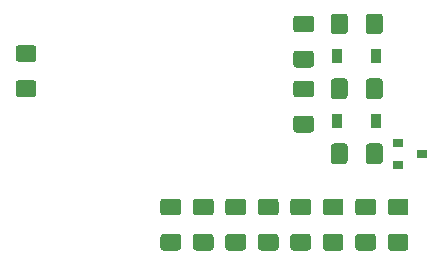
<source format=gbr>
%TF.GenerationSoftware,KiCad,Pcbnew,(5.1.6-0)*%
%TF.CreationDate,2023-05-10T15:53:48-07:00*%
%TF.ProjectId,LM1876x2_bal,4c4d3138-3736-4783-925f-62616c2e6b69,rev?*%
%TF.SameCoordinates,Original*%
%TF.FileFunction,Paste,Top*%
%TF.FilePolarity,Positive*%
%FSLAX46Y46*%
G04 Gerber Fmt 4.6, Leading zero omitted, Abs format (unit mm)*
G04 Created by KiCad (PCBNEW (5.1.6-0)) date 2023-05-10 15:53:48*
%MOMM*%
%LPD*%
G01*
G04 APERTURE LIST*
%ADD10R,0.900000X0.800000*%
%ADD11R,0.900000X1.200000*%
G04 APERTURE END LIST*
D10*
%TO.C,Q1*%
X150750000Y-67750000D03*
X148750000Y-68700000D03*
X148750000Y-66800000D03*
%TD*%
D11*
%TO.C,D2*%
X146900000Y-65000000D03*
X143600000Y-65000000D03*
%TD*%
%TO.C,R15*%
G36*
G01*
X144475000Y-67125000D02*
X144475000Y-68375000D01*
G75*
G02*
X144225000Y-68625000I-250000J0D01*
G01*
X143300000Y-68625000D01*
G75*
G02*
X143050000Y-68375000I0J250000D01*
G01*
X143050000Y-67125000D01*
G75*
G02*
X143300000Y-66875000I250000J0D01*
G01*
X144225000Y-66875000D01*
G75*
G02*
X144475000Y-67125000I0J-250000D01*
G01*
G37*
G36*
G01*
X147450000Y-67125000D02*
X147450000Y-68375000D01*
G75*
G02*
X147200000Y-68625000I-250000J0D01*
G01*
X146275000Y-68625000D01*
G75*
G02*
X146025000Y-68375000I0J250000D01*
G01*
X146025000Y-67125000D01*
G75*
G02*
X146275000Y-66875000I250000J0D01*
G01*
X147200000Y-66875000D01*
G75*
G02*
X147450000Y-67125000I0J-250000D01*
G01*
G37*
%TD*%
%TO.C,R14*%
G36*
G01*
X146025000Y-57375000D02*
X146025000Y-56125000D01*
G75*
G02*
X146275000Y-55875000I250000J0D01*
G01*
X147200000Y-55875000D01*
G75*
G02*
X147450000Y-56125000I0J-250000D01*
G01*
X147450000Y-57375000D01*
G75*
G02*
X147200000Y-57625000I-250000J0D01*
G01*
X146275000Y-57625000D01*
G75*
G02*
X146025000Y-57375000I0J250000D01*
G01*
G37*
G36*
G01*
X143050000Y-57375000D02*
X143050000Y-56125000D01*
G75*
G02*
X143300000Y-55875000I250000J0D01*
G01*
X144225000Y-55875000D01*
G75*
G02*
X144475000Y-56125000I0J-250000D01*
G01*
X144475000Y-57375000D01*
G75*
G02*
X144225000Y-57625000I-250000J0D01*
G01*
X143300000Y-57625000D01*
G75*
G02*
X143050000Y-57375000I0J250000D01*
G01*
G37*
%TD*%
%TO.C,R13*%
G36*
G01*
X144475000Y-61625000D02*
X144475000Y-62875000D01*
G75*
G02*
X144225000Y-63125000I-250000J0D01*
G01*
X143300000Y-63125000D01*
G75*
G02*
X143050000Y-62875000I0J250000D01*
G01*
X143050000Y-61625000D01*
G75*
G02*
X143300000Y-61375000I250000J0D01*
G01*
X144225000Y-61375000D01*
G75*
G02*
X144475000Y-61625000I0J-250000D01*
G01*
G37*
G36*
G01*
X147450000Y-61625000D02*
X147450000Y-62875000D01*
G75*
G02*
X147200000Y-63125000I-250000J0D01*
G01*
X146275000Y-63125000D01*
G75*
G02*
X146025000Y-62875000I0J250000D01*
G01*
X146025000Y-61625000D01*
G75*
G02*
X146275000Y-61375000I250000J0D01*
G01*
X147200000Y-61375000D01*
G75*
G02*
X147450000Y-61625000I0J-250000D01*
G01*
G37*
%TD*%
%TO.C,D1*%
X143600000Y-59500000D03*
X146900000Y-59500000D03*
%TD*%
%TO.C,R4*%
G36*
G01*
X142625000Y-74525000D02*
X143875000Y-74525000D01*
G75*
G02*
X144125000Y-74775000I0J-250000D01*
G01*
X144125000Y-75700000D01*
G75*
G02*
X143875000Y-75950000I-250000J0D01*
G01*
X142625000Y-75950000D01*
G75*
G02*
X142375000Y-75700000I0J250000D01*
G01*
X142375000Y-74775000D01*
G75*
G02*
X142625000Y-74525000I250000J0D01*
G01*
G37*
G36*
G01*
X142625000Y-71550000D02*
X143875000Y-71550000D01*
G75*
G02*
X144125000Y-71800000I0J-250000D01*
G01*
X144125000Y-72725000D01*
G75*
G02*
X143875000Y-72975000I-250000J0D01*
G01*
X142625000Y-72975000D01*
G75*
G02*
X142375000Y-72725000I0J250000D01*
G01*
X142375000Y-71800000D01*
G75*
G02*
X142625000Y-71550000I250000J0D01*
G01*
G37*
%TD*%
%TO.C,R8*%
G36*
G01*
X141125000Y-72975000D02*
X139875000Y-72975000D01*
G75*
G02*
X139625000Y-72725000I0J250000D01*
G01*
X139625000Y-71800000D01*
G75*
G02*
X139875000Y-71550000I250000J0D01*
G01*
X141125000Y-71550000D01*
G75*
G02*
X141375000Y-71800000I0J-250000D01*
G01*
X141375000Y-72725000D01*
G75*
G02*
X141125000Y-72975000I-250000J0D01*
G01*
G37*
G36*
G01*
X141125000Y-75950000D02*
X139875000Y-75950000D01*
G75*
G02*
X139625000Y-75700000I0J250000D01*
G01*
X139625000Y-74775000D01*
G75*
G02*
X139875000Y-74525000I250000J0D01*
G01*
X141125000Y-74525000D01*
G75*
G02*
X141375000Y-74775000I0J-250000D01*
G01*
X141375000Y-75700000D01*
G75*
G02*
X141125000Y-75950000I-250000J0D01*
G01*
G37*
%TD*%
%TO.C,R7*%
G36*
G01*
X149375000Y-72975000D02*
X148125000Y-72975000D01*
G75*
G02*
X147875000Y-72725000I0J250000D01*
G01*
X147875000Y-71800000D01*
G75*
G02*
X148125000Y-71550000I250000J0D01*
G01*
X149375000Y-71550000D01*
G75*
G02*
X149625000Y-71800000I0J-250000D01*
G01*
X149625000Y-72725000D01*
G75*
G02*
X149375000Y-72975000I-250000J0D01*
G01*
G37*
G36*
G01*
X149375000Y-75950000D02*
X148125000Y-75950000D01*
G75*
G02*
X147875000Y-75700000I0J250000D01*
G01*
X147875000Y-74775000D01*
G75*
G02*
X148125000Y-74525000I250000J0D01*
G01*
X149375000Y-74525000D01*
G75*
G02*
X149625000Y-74775000I0J-250000D01*
G01*
X149625000Y-75700000D01*
G75*
G02*
X149375000Y-75950000I-250000J0D01*
G01*
G37*
%TD*%
%TO.C,R6*%
G36*
G01*
X130125000Y-72975000D02*
X128875000Y-72975000D01*
G75*
G02*
X128625000Y-72725000I0J250000D01*
G01*
X128625000Y-71800000D01*
G75*
G02*
X128875000Y-71550000I250000J0D01*
G01*
X130125000Y-71550000D01*
G75*
G02*
X130375000Y-71800000I0J-250000D01*
G01*
X130375000Y-72725000D01*
G75*
G02*
X130125000Y-72975000I-250000J0D01*
G01*
G37*
G36*
G01*
X130125000Y-75950000D02*
X128875000Y-75950000D01*
G75*
G02*
X128625000Y-75700000I0J250000D01*
G01*
X128625000Y-74775000D01*
G75*
G02*
X128875000Y-74525000I250000J0D01*
G01*
X130125000Y-74525000D01*
G75*
G02*
X130375000Y-74775000I0J-250000D01*
G01*
X130375000Y-75700000D01*
G75*
G02*
X130125000Y-75950000I-250000J0D01*
G01*
G37*
%TD*%
%TO.C,R5*%
G36*
G01*
X138375000Y-72975000D02*
X137125000Y-72975000D01*
G75*
G02*
X136875000Y-72725000I0J250000D01*
G01*
X136875000Y-71800000D01*
G75*
G02*
X137125000Y-71550000I250000J0D01*
G01*
X138375000Y-71550000D01*
G75*
G02*
X138625000Y-71800000I0J-250000D01*
G01*
X138625000Y-72725000D01*
G75*
G02*
X138375000Y-72975000I-250000J0D01*
G01*
G37*
G36*
G01*
X138375000Y-75950000D02*
X137125000Y-75950000D01*
G75*
G02*
X136875000Y-75700000I0J250000D01*
G01*
X136875000Y-74775000D01*
G75*
G02*
X137125000Y-74525000I250000J0D01*
G01*
X138375000Y-74525000D01*
G75*
G02*
X138625000Y-74775000I0J-250000D01*
G01*
X138625000Y-75700000D01*
G75*
G02*
X138375000Y-75950000I-250000J0D01*
G01*
G37*
%TD*%
%TO.C,R3*%
G36*
G01*
X145375000Y-74525000D02*
X146625000Y-74525000D01*
G75*
G02*
X146875000Y-74775000I0J-250000D01*
G01*
X146875000Y-75700000D01*
G75*
G02*
X146625000Y-75950000I-250000J0D01*
G01*
X145375000Y-75950000D01*
G75*
G02*
X145125000Y-75700000I0J250000D01*
G01*
X145125000Y-74775000D01*
G75*
G02*
X145375000Y-74525000I250000J0D01*
G01*
G37*
G36*
G01*
X145375000Y-71550000D02*
X146625000Y-71550000D01*
G75*
G02*
X146875000Y-71800000I0J-250000D01*
G01*
X146875000Y-72725000D01*
G75*
G02*
X146625000Y-72975000I-250000J0D01*
G01*
X145375000Y-72975000D01*
G75*
G02*
X145125000Y-72725000I0J250000D01*
G01*
X145125000Y-71800000D01*
G75*
G02*
X145375000Y-71550000I250000J0D01*
G01*
G37*
%TD*%
%TO.C,R2*%
G36*
G01*
X131625000Y-74525000D02*
X132875000Y-74525000D01*
G75*
G02*
X133125000Y-74775000I0J-250000D01*
G01*
X133125000Y-75700000D01*
G75*
G02*
X132875000Y-75950000I-250000J0D01*
G01*
X131625000Y-75950000D01*
G75*
G02*
X131375000Y-75700000I0J250000D01*
G01*
X131375000Y-74775000D01*
G75*
G02*
X131625000Y-74525000I250000J0D01*
G01*
G37*
G36*
G01*
X131625000Y-71550000D02*
X132875000Y-71550000D01*
G75*
G02*
X133125000Y-71800000I0J-250000D01*
G01*
X133125000Y-72725000D01*
G75*
G02*
X132875000Y-72975000I-250000J0D01*
G01*
X131625000Y-72975000D01*
G75*
G02*
X131375000Y-72725000I0J250000D01*
G01*
X131375000Y-71800000D01*
G75*
G02*
X131625000Y-71550000I250000J0D01*
G01*
G37*
%TD*%
%TO.C,R1*%
G36*
G01*
X134375000Y-74525000D02*
X135625000Y-74525000D01*
G75*
G02*
X135875000Y-74775000I0J-250000D01*
G01*
X135875000Y-75700000D01*
G75*
G02*
X135625000Y-75950000I-250000J0D01*
G01*
X134375000Y-75950000D01*
G75*
G02*
X134125000Y-75700000I0J250000D01*
G01*
X134125000Y-74775000D01*
G75*
G02*
X134375000Y-74525000I250000J0D01*
G01*
G37*
G36*
G01*
X134375000Y-71550000D02*
X135625000Y-71550000D01*
G75*
G02*
X135875000Y-71800000I0J-250000D01*
G01*
X135875000Y-72725000D01*
G75*
G02*
X135625000Y-72975000I-250000J0D01*
G01*
X134375000Y-72975000D01*
G75*
G02*
X134125000Y-72725000I0J250000D01*
G01*
X134125000Y-71800000D01*
G75*
G02*
X134375000Y-71550000I250000J0D01*
G01*
G37*
%TD*%
%TO.C,C8*%
G36*
G01*
X140125000Y-59025000D02*
X141375000Y-59025000D01*
G75*
G02*
X141625000Y-59275000I0J-250000D01*
G01*
X141625000Y-60200000D01*
G75*
G02*
X141375000Y-60450000I-250000J0D01*
G01*
X140125000Y-60450000D01*
G75*
G02*
X139875000Y-60200000I0J250000D01*
G01*
X139875000Y-59275000D01*
G75*
G02*
X140125000Y-59025000I250000J0D01*
G01*
G37*
G36*
G01*
X140125000Y-56050000D02*
X141375000Y-56050000D01*
G75*
G02*
X141625000Y-56300000I0J-250000D01*
G01*
X141625000Y-57225000D01*
G75*
G02*
X141375000Y-57475000I-250000J0D01*
G01*
X140125000Y-57475000D01*
G75*
G02*
X139875000Y-57225000I0J250000D01*
G01*
X139875000Y-56300000D01*
G75*
G02*
X140125000Y-56050000I250000J0D01*
G01*
G37*
%TD*%
%TO.C,C7*%
G36*
G01*
X140125000Y-64525000D02*
X141375000Y-64525000D01*
G75*
G02*
X141625000Y-64775000I0J-250000D01*
G01*
X141625000Y-65700000D01*
G75*
G02*
X141375000Y-65950000I-250000J0D01*
G01*
X140125000Y-65950000D01*
G75*
G02*
X139875000Y-65700000I0J250000D01*
G01*
X139875000Y-64775000D01*
G75*
G02*
X140125000Y-64525000I250000J0D01*
G01*
G37*
G36*
G01*
X140125000Y-61550000D02*
X141375000Y-61550000D01*
G75*
G02*
X141625000Y-61800000I0J-250000D01*
G01*
X141625000Y-62725000D01*
G75*
G02*
X141375000Y-62975000I-250000J0D01*
G01*
X140125000Y-62975000D01*
G75*
G02*
X139875000Y-62725000I0J250000D01*
G01*
X139875000Y-61800000D01*
G75*
G02*
X140125000Y-61550000I250000J0D01*
G01*
G37*
%TD*%
%TO.C,C5*%
G36*
G01*
X116625000Y-61525000D02*
X117875000Y-61525000D01*
G75*
G02*
X118125000Y-61775000I0J-250000D01*
G01*
X118125000Y-62700000D01*
G75*
G02*
X117875000Y-62950000I-250000J0D01*
G01*
X116625000Y-62950000D01*
G75*
G02*
X116375000Y-62700000I0J250000D01*
G01*
X116375000Y-61775000D01*
G75*
G02*
X116625000Y-61525000I250000J0D01*
G01*
G37*
G36*
G01*
X116625000Y-58550000D02*
X117875000Y-58550000D01*
G75*
G02*
X118125000Y-58800000I0J-250000D01*
G01*
X118125000Y-59725000D01*
G75*
G02*
X117875000Y-59975000I-250000J0D01*
G01*
X116625000Y-59975000D01*
G75*
G02*
X116375000Y-59725000I0J250000D01*
G01*
X116375000Y-58800000D01*
G75*
G02*
X116625000Y-58550000I250000J0D01*
G01*
G37*
%TD*%
M02*

</source>
